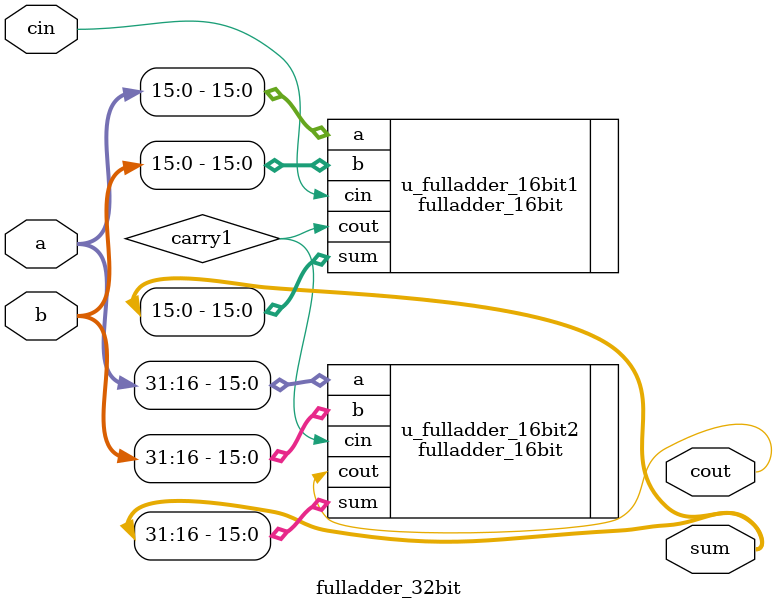
<source format=v>
module fulladder_32bit(
    a,
    b,
    cin,
    sum,
    cout
);

input [31:0] a;
input [31:0] b;
input cin;

output cout;
output [31:0] sum;

wire carry1;

fulladder_16bit u_fulladder_16bit1(
    .a(a[15:0]),
    .b(b[15:0]),
    .cin(cin),
    .sum(sum[15:0]),
    .cout(carry1)
);
fulladder_16bit u_fulladder_16bit2(
    .a(a[31:16]),
    .b(b[31:16]),
    .cin(carry1),
    .sum(sum[31:16]),
    .cout(cout)
);

endmodule
</source>
